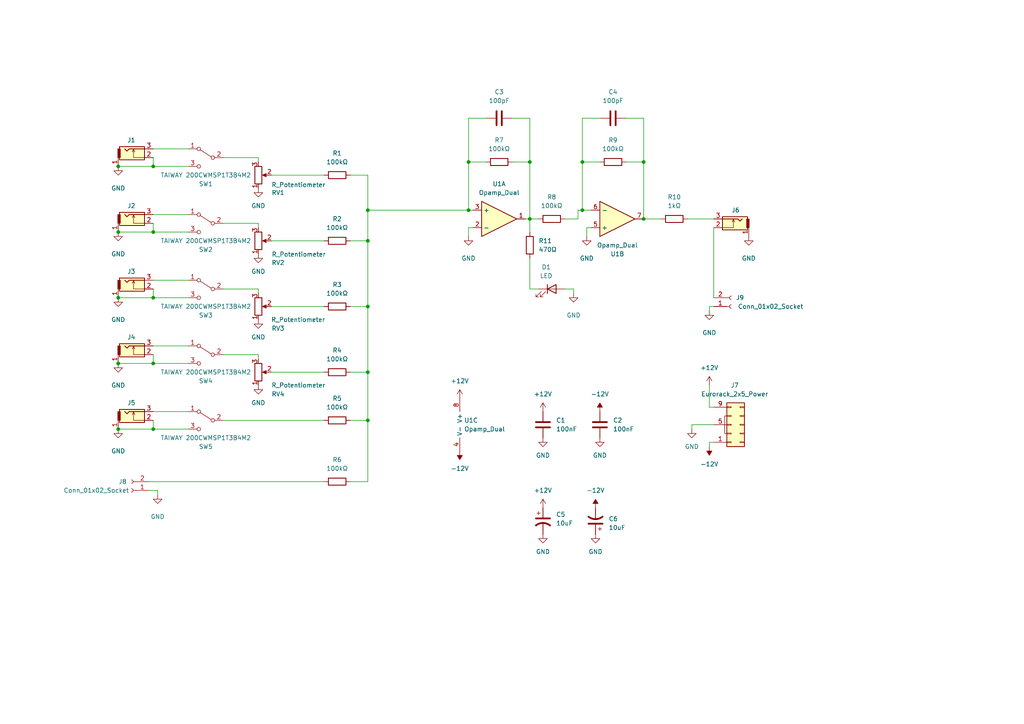
<source format=kicad_sch>
(kicad_sch (version 20230121) (generator eeschema)
  (paper "A4")
  (title_block (title "Mixer") (date "2023-08-13") (rev "v0.4") (company "Free Modular"))
  (lib_symbols
    (symbol "Connector:Conn_01x02_Socket" (pin_names (offset 1.016) hide)
      (property "Reference" "J" (at 0 2.54 0))
      (property "Value" "Conn_01x02_Socket" (at 0 -5.08 0))
      (symbol "Conn_01x02_Socket_1_1"
        (arc (start 0 -2.032) (mid -0.5058 -2.54) (end 0 -3.048) (stroke (width 0.1524)))
        (polyline (pts (xy -1.27 -2.54) (xy -0.508 -2.54)) (stroke (width 0.1524)))
        (polyline (pts (xy -1.27 0) (xy -0.508 0)) (stroke (width 0.1524)))
        (arc (start 0 0.508) (mid -0.5058 0) (end 0 -0.508) (stroke (width 0.1524)))
        (pin passive line (at -5.08 0 0) (length 3.81) (name "Pin_1") (number "1"))
        (pin passive line (at -5.08 -2.54 0) (length 3.81) (name "Pin_2") (number "2"))
      )
    )
    (symbol "Device:C" (pin_numbers hide) (pin_names (offset 0.254))
      (property "Reference" "C" (at 0.635 2.54 0))
      (property "Value" "C" (at 0.635 -2.54 0))
      (symbol "C_0_1"
        (polyline (pts (xy -2.032 -0.762) (xy 2.032 -0.762)) (stroke (width 0.508)))
        (polyline (pts (xy -2.032 0.762) (xy 2.032 0.762)) (stroke (width 0.508)))
      )
      (symbol "C_1_1"
        (pin passive line (at 0 3.81 270) (length 2.794) (name "~") (number "1"))
        (pin passive line (at 0 -3.81 90) (length 2.794) (name "~") (number "2"))
      )
    )
    (symbol "Device:C_Polarized_US" (pin_numbers hide) (pin_names (offset 0.254) hide)
      (property "Reference" "C" (at 0.635 2.54 0))
      (property "Value" "C_Polarized_US" (at 0.635 -2.54 0))
      (symbol "C_Polarized_US_0_1"
        (polyline (pts (xy -2.032 0.762) (xy 2.032 0.762)) (stroke (width 0.508)))
        (polyline (pts (xy -1.778 2.286) (xy -0.762 2.286)))
        (polyline (pts (xy -1.27 1.778) (xy -1.27 2.794)))
        (arc (start 2.032 -1.27) (mid 0 -0.5572) (end -2.032 -1.27) (stroke (width 0.508)))
      )
      (symbol "C_Polarized_US_1_1"
        (pin passive line (at 0 3.81 270) (length 2.794) (name "~") (number "1"))
        (pin passive line (at 0 -3.81 90) (length 3.302) (name "~") (number "2"))
      )
    )
    (symbol "Device:LED" (pin_numbers hide) (pin_names (offset 1.016) hide)
      (property "Reference" "D" (at 0 2.54 0))
      (property "Value" "LED" (at 0 -2.54 0))
      (symbol "LED_0_1"
        (polyline (pts (xy -1.27 -1.27) (xy -1.27 1.27)) (stroke (width 0.254)))
        (polyline (pts (xy -1.27 0) (xy 1.27 0)))
        (polyline (pts (xy 1.27 -1.27) (xy 1.27 1.27) (xy -1.27 0) (xy 1.27 -1.27)) (stroke (width 0.254)))
        (polyline (pts (xy -3.048 -0.762) (xy -4.572 -2.286) (xy -3.81 -2.286) (xy -4.572 -2.286) (xy -4.572 -1.524)))
        (polyline (pts (xy -1.778 -0.762) (xy -3.302 -2.286) (xy -2.54 -2.286) (xy -3.302 -2.286) (xy -3.302 -1.524)))
      )
      (symbol "LED_1_1"
        (pin passive line (at -3.81 0 0) (length 2.54) (name "K") (number "1"))
        (pin passive line (at 3.81 0 180) (length 2.54) (name "A") (number "2"))
      )
    )
    (symbol "Device:Opamp_Dual"
      (property "Reference" "U" (at 0 5.08 0))
      (property "Value" "Opamp_Dual" (at 0 -5.08 0))
      (symbol "Opamp_Dual_1_1"
        (polyline (pts (xy -5.08 5.08) (xy 5.08 0) (xy -5.08 -5.08) (xy -5.08 5.08)) (stroke (width 0.254)) (fill (type background)))
        (pin output line (at 7.62 0 180) (length 2.54) (name "~") (number "1"))
        (pin input line (at -7.62 -2.54 0) (length 2.54) (name "-") (number "2"))
        (pin input line (at -7.62 2.54 0) (length 2.54) (name "+") (number "3"))
      )
      (symbol "Opamp_Dual_2_1"
        (polyline (pts (xy -5.08 5.08) (xy 5.08 0) (xy -5.08 -5.08) (xy -5.08 5.08)) (stroke (width 0.254)) (fill (type background)))
        (pin input line (at -7.62 2.54 0) (length 2.54) (name "+") (number "5"))
        (pin input line (at -7.62 -2.54 0) (length 2.54) (name "-") (number "6"))
        (pin output line (at 7.62 0 180) (length 2.54) (name "~") (number "7"))
      )
      (symbol "Opamp_Dual_3_1"
        (pin power_in line (at -2.54 -7.62 90) (length 3.81) (name "V-") (number "4"))
        (pin power_in line (at -2.54 7.62 270) (length 3.81) (name "V+") (number "8"))
      )
    )
    (symbol "Device:R" (pin_numbers hide) (pin_names (offset 0))
      (property "Reference" "R" (at 2.032 0 90))
      (property "Value" "R" (at 0 0 90))
      (symbol "R_0_1"
        (rectangle (start -1.016 -2.54) (end 1.016 2.54) (stroke (width 0.254)))
      )
      (symbol "R_1_1"
        (pin passive line (at 0 3.81 270) (length 1.27) (name "~") (number "1"))
        (pin passive line (at 0 -3.81 90) (length 1.27) (name "~") (number "2"))
      )
    )
    (symbol "Device:R_Potentiometer" (pin_names (offset 1.016) hide)
      (property "Reference" "RV" (at -4.445 0 90))
      (property "Value" "R_Potentiometer" (at -2.54 0 90))
      (symbol "R_Potentiometer_0_1"
        (polyline (pts (xy 2.54 0) (xy 1.524 0)))
        (polyline (pts (xy 1.143 0) (xy 2.286 0.508) (xy 2.286 -0.508) (xy 1.143 0)) (fill (type outline)))
        (rectangle (start 1.016 2.54) (end -1.016 -2.54) (stroke (width 0.254)))
      )
      (symbol "R_Potentiometer_1_1"
        (pin passive line (at 0 3.81 270) (length 1.27) (name "1") (number "1"))
        (pin passive line (at 3.81 0 180) (length 1.27) (name "2") (number "2"))
        (pin passive line (at 0 -3.81 90) (length 1.27) (name "3") (number "3"))
      )
    )
    (symbol "FreeModular:Eurorack_2x5_Power" (pin_names (offset 1.016) hide)
      (property "Reference" "J7" (at 5.08 0 0))
      (property "Value" "Eurorack_2x5_Power" (at 5.08 -2.54 0))
      (symbol "Eurorack_2x5_Power_0_1"
        (polyline (pts (xy -1.27 5.08) (xy -1.905 5.08) (xy -1.905 0) (xy -1.27 0)))
      )
      (symbol "Eurorack_2x5_Power_1_1"
        (rectangle (start -1.27 -2.413) (end 0 -2.667) (stroke (width 0.1524)))
        (rectangle (start -1.27 0.127) (end 0 -0.127) (stroke (width 0.1524)))
        (rectangle (start -1.27 2.667) (end 0 2.413) (stroke (width 0.1524)))
        (rectangle (start -1.27 5.207) (end 0 4.953) (stroke (width 0.1524)))
        (rectangle (start -1.27 7.747) (end 0 7.493) (stroke (width 0.1524)))
        (rectangle (start -1.27 8.89) (end 3.81 -3.81) (stroke (width 0.254)) (fill (type background)))
        (rectangle (start 3.81 -2.413) (end 2.54 -2.667) (stroke (width 0.1524)))
        (rectangle (start 3.81 0.127) (end 2.54 -0.127) (stroke (width 0.1524)))
        (rectangle (start 3.81 2.667) (end 2.54 2.413) (stroke (width 0.1524)))
        (rectangle (start 3.81 5.207) (end 2.54 4.953) (stroke (width 0.1524)))
        (rectangle (start 3.81 7.747) (end 2.54 7.493) (stroke (width 0.1524)))
        (pin power_out line (at -5.08 7.62 0) (length 3.81) (name "-12v") (number "1"))
        (pin passive line (at -5.08 -2.54 0) (length 3.81) hide (name "+12v") (number "10"))
        (pin passive line (at -5.08 7.62 0) (length 3.81) hide (name "-12v") (number "2"))
        (pin passive line (at -5.08 2.54 0) (length 3.81) hide (name "GND") (number "3"))
        (pin passive line (at -5.08 2.54 0) (length 3.81) hide (name "GND") (number "4"))
        (pin passive line (at -5.08 2.54 0) (length 3.81) (name "GND") (number "5"))
        (pin passive line (at -5.08 2.54 0) (length 3.81) hide (name "GND") (number "6"))
        (pin passive line (at -5.08 2.54 0) (length 3.81) hide (name "GND") (number "7"))
        (pin passive line (at -5.08 2.54 0) (length 3.81) hide (name "GND") (number "8"))
        (pin power_out line (at -5.08 -2.54 0) (length 3.81) (name "+12v") (number "9"))
      )
    )
    (symbol "FreeModular:SW_SPDT_small" (pin_names (offset 0) hide)
      (property "Reference" "SW3" (at 0.8945 7.6757 0))
      (property "Value" "TAIWAY 200CWMSP1T3B4M2" (at 12.7 5.08 0))
      (symbol "SW_SPDT_small_0_0"
        (circle (center -2.032 0) (radius 0.508))
        (circle (center 2.032 -2.54) (radius 0.508))
      )
      (symbol "SW_SPDT_small_0_1"
        (polyline (pts (xy -1.524 0.254) (xy 1.651 2.286)))
        (circle (center 2.032 2.54) (radius 0.508))
      )
      (symbol "SW_SPDT_small_1_1"
        (pin passive line (at 5.08 2.54 180) (length 2.54) (name "A") (number "1"))
        (pin passive line (at -5.08 0 0) (length 2.54) (name "B") (number "2"))
        (pin passive line (at 5.08 -2.54 180) (length 2.54) (name "C") (number "3"))
      )
    )
    (symbol "FreeModular:THONKICONN" (pin_names (offset 1.016))
      (property "Reference" "J" (at -1.27 4.445 0))
      (symbol "THONKICONN_0_1"
        (rectangle (start -4.699 3.175) (end 2.54 -0.635) (stroke (width 0.254)) (fill (type background)))
        (rectangle (start -4.445 0) (end -5.207 2.54) (fill (type outline)))
        (polyline (pts (xy -0.635 2.413) (xy -0.254 1.651)))
        (polyline (pts (xy 2.54 0) (xy -0.635 0) (xy -0.635 2.413) (xy -1.016 1.651)))
        (polyline (pts (xy 2.54 2.54) (xy -1.905 2.54) (xy -2.54 1.905) (xy -3.175 2.54)) (stroke (width 0.254)))
      )
      (symbol "THONKICONN_1_1"
        (pin passive line (at -5.08 -2.54 90) (length 2.54) (name "~") (number "1"))
        (pin passive line (at 5.08 0 180) (length 2.54) (name "~") (number "2"))
        (pin passive line (at 5.08 2.54 180) (length 2.54) (name "~") (number "3"))
      )
    )
    (symbol "power:+12V" (power) (pin_names (offset 0))
      (property "Value" "+12V" (at 0 3.556 0))
      (symbol "+12V_0_1"
        (polyline (pts (xy -0.762 1.27) (xy 0 2.54)))
        (polyline (pts (xy 0 0) (xy 0 2.54)))
        (polyline (pts (xy 0 2.54) (xy 0.762 1.27)))
      )
      (symbol "+12V_1_1"
        (pin power_in line (at 0 0 90) (length 0) hide (name "+12V") (number "1"))
      )
    )
    (symbol "power:-12V" (power) (pin_names (offset 0))
      (property "Value" "-12V" (at 0 3.81 0))
      (symbol "-12V_0_0"
        (pin power_in line (at 0 0 90) (length 0) hide (name "-12V") (number "1"))
      )
      (symbol "-12V_0_1"
        (polyline (pts (xy 0 0) (xy 0 1.27) (xy 0.762 1.27) (xy 0 2.54) (xy -0.762 1.27) (xy 0 1.27)) (fill (type outline)))
      )
    )
    (symbol "power:GND" (power) (pin_names (offset 0))
      (property "Value" "GND" (at 0 -3.81 0))
      (symbol "GND_0_1"
        (polyline (pts (xy 0 0) (xy 0 -1.27) (xy 1.27 -1.27) (xy 0 -2.54) (xy -1.27 -1.27) (xy 0 -1.27)))
      )
      (symbol "GND_1_1"
        (pin power_in line (at 0 0 270) (length 0) hide (name "GND") (number "1"))
      )
    )
  )
  (junction (at 44.45 86.36))
  (junction (at 106.68 107.95))
  (junction (at 153.67 63.5))
  (junction (at 34.29 67.31))
  (junction (at 44.45 48.26))
  (junction (at 34.29 48.26))
  (junction (at 168.91 46.99))
  (junction (at 34.29 124.46))
  (junction (at 44.45 124.46))
  (junction (at 168.91 60.96))
  (junction (at 106.68 69.85))
  (junction (at 44.45 67.31))
  (junction (at 135.89 46.99))
  (junction (at 106.68 60.96))
  (junction (at 135.89 60.96))
  (junction (at 186.69 46.99))
  (junction (at 34.29 86.36))
  (junction (at 106.68 88.9))
  (junction (at 153.67 46.99))
  (junction (at 186.69 63.5))
  (junction (at 44.45 105.41))
  (junction (at 34.29 105.41))
  (junction (at 106.68 121.92))
  (wire (pts (xy 135.89 60.96) (xy 135.89 46.99)))
  (wire (pts (xy 181.61 34.29) (xy 186.69 34.29)))
  (wire (pts (xy 168.91 46.99) (xy 173.99 46.99)))
  (wire (pts (xy 74.93 102.87) (xy 74.93 104.14)))
  (wire (pts (xy 106.68 107.95) (xy 106.68 121.92)))
  (wire (pts (xy 167.64 60.96) (xy 167.64 63.5)))
  (wire (pts (xy 135.89 60.96) (xy 137.16 60.96)))
  (wire (pts (xy 148.59 34.29) (xy 153.67 34.29)))
  (wire (pts (xy 101.6 88.9) (xy 106.68 88.9)))
  (wire (pts (xy 34.29 124.46) (xy 44.45 124.46)))
  (wire (pts (xy 168.91 60.96) (xy 168.91 46.99)))
  (wire (pts (xy 205.74 129.54) (xy 205.74 128.27)))
  (wire (pts (xy 106.68 121.92) (xy 106.68 139.7)))
  (wire (pts (xy 170.18 68.58) (xy 170.18 66.04)))
  (wire (pts (xy 153.67 63.5) (xy 156.21 63.5)))
  (wire (pts (xy 44.45 67.31) (xy 44.45 64.77)))
  (wire (pts (xy 152.4 63.5) (xy 153.67 63.5)))
  (wire (pts (xy 207.01 123.19) (xy 200.66 123.19)))
  (wire (pts (xy 153.67 63.5) (xy 153.67 67.31)))
  (wire (pts (xy 101.6 121.92) (xy 106.68 121.92)))
  (wire (pts (xy 205.74 111.76) (xy 205.74 118.11)))
  (wire (pts (xy 43.18 139.7) (xy 93.98 139.7)))
  (wire (pts (xy 44.45 124.46) (xy 54.61 124.46)))
  (wire (pts (xy 44.45 119.38) (xy 54.61 119.38)))
  (wire (pts (xy 34.29 86.36) (xy 44.45 86.36)))
  (wire (pts (xy 78.74 50.8) (xy 93.98 50.8)))
  (wire (pts (xy 64.77 83.82) (xy 74.93 83.82)))
  (wire (pts (xy 78.74 88.9) (xy 93.98 88.9)))
  (wire (pts (xy 168.91 46.99) (xy 168.91 34.29)))
  (wire (pts (xy 44.45 48.26) (xy 54.61 48.26)))
  (wire (pts (xy 64.77 45.72) (xy 74.93 45.72)))
  (wire (pts (xy 163.83 83.82) (xy 166.37 83.82)))
  (wire (pts (xy 44.45 86.36) (xy 44.45 83.82)))
  (wire (pts (xy 44.45 100.33) (xy 54.61 100.33)))
  (wire (pts (xy 74.93 64.77) (xy 74.93 66.04)))
  (wire (pts (xy 74.93 83.82) (xy 74.93 85.09)))
  (wire (pts (xy 43.18 142.24) (xy 45.72 142.24)))
  (wire (pts (xy 106.68 60.96) (xy 135.89 60.96)))
  (wire (pts (xy 205.74 88.9) (xy 205.74 90.17)))
  (wire (pts (xy 106.68 69.85) (xy 106.68 88.9)))
  (wire (pts (xy 135.89 66.04) (xy 137.16 66.04)))
  (wire (pts (xy 64.77 64.77) (xy 74.93 64.77)))
  (wire (pts (xy 106.68 50.8) (xy 106.68 60.96)))
  (wire (pts (xy 44.45 124.46) (xy 44.45 121.92)))
  (wire (pts (xy 170.18 66.04) (xy 171.45 66.04)))
  (wire (pts (xy 205.74 128.27) (xy 207.01 128.27)))
  (wire (pts (xy 34.29 105.41) (xy 44.45 105.41)))
  (wire (pts (xy 106.68 88.9) (xy 106.68 107.95)))
  (wire (pts (xy 106.68 60.96) (xy 106.68 69.85)))
  (wire (pts (xy 186.69 34.29) (xy 186.69 46.99)))
  (wire (pts (xy 34.29 48.26) (xy 44.45 48.26)))
  (wire (pts (xy 200.66 123.19) (xy 200.66 124.46)))
  (wire (pts (xy 78.74 107.95) (xy 93.98 107.95)))
  (wire (pts (xy 64.77 121.92) (xy 93.98 121.92)))
  (wire (pts (xy 44.45 105.41) (xy 54.61 105.41)))
  (wire (pts (xy 44.45 86.36) (xy 54.61 86.36)))
  (wire (pts (xy 106.68 139.7) (xy 101.6 139.7)))
  (wire (pts (xy 153.67 46.99) (xy 153.67 63.5)))
  (wire (pts (xy 168.91 34.29) (xy 173.99 34.29)))
  (wire (pts (xy 168.91 60.96) (xy 171.45 60.96)))
  (wire (pts (xy 101.6 50.8) (xy 106.68 50.8)))
  (wire (pts (xy 44.45 105.41) (xy 44.45 102.87)))
  (wire (pts (xy 186.69 46.99) (xy 186.69 63.5)))
  (wire (pts (xy 207.01 66.04) (xy 207.01 86.36)))
  (wire (pts (xy 199.39 63.5) (xy 207.01 63.5)))
  (wire (pts (xy 153.67 74.93) (xy 153.67 83.82)))
  (wire (pts (xy 163.83 63.5) (xy 167.64 63.5)))
  (wire (pts (xy 135.89 46.99) (xy 135.89 34.29)))
  (wire (pts (xy 44.45 43.18) (xy 54.61 43.18)))
  (wire (pts (xy 101.6 107.95) (xy 106.68 107.95)))
  (wire (pts (xy 78.74 69.85) (xy 93.98 69.85)))
  (wire (pts (xy 153.67 34.29) (xy 153.67 46.99)))
  (wire (pts (xy 186.69 63.5) (xy 191.77 63.5)))
  (wire (pts (xy 135.89 68.58) (xy 135.89 66.04)))
  (wire (pts (xy 207.01 118.11) (xy 205.74 118.11)))
  (wire (pts (xy 167.64 60.96) (xy 168.91 60.96)))
  (wire (pts (xy 153.67 83.82) (xy 156.21 83.82)))
  (wire (pts (xy 135.89 34.29) (xy 140.97 34.29)))
  (wire (pts (xy 44.45 67.31) (xy 54.61 67.31)))
  (wire (pts (xy 148.59 46.99) (xy 153.67 46.99)))
  (wire (pts (xy 166.37 83.82) (xy 166.37 85.09)))
  (wire (pts (xy 44.45 81.28) (xy 54.61 81.28)))
  (wire (pts (xy 64.77 102.87) (xy 74.93 102.87)))
  (wire (pts (xy 101.6 69.85) (xy 106.68 69.85)))
  (wire (pts (xy 44.45 62.23) (xy 54.61 62.23)))
  (wire (pts (xy 74.93 45.72) (xy 74.93 46.99)))
  (wire (pts (xy 45.72 142.24) (xy 45.72 143.51)))
  (wire (pts (xy 181.61 46.99) (xy 186.69 46.99)))
  (wire (pts (xy 207.01 88.9) (xy 205.74 88.9)))
  (wire (pts (xy 34.29 67.31) (xy 44.45 67.31)))
  (wire (pts (xy 44.45 48.26) (xy 44.45 45.72)))
  (wire (pts (xy 135.89 46.99) (xy 140.97 46.99)))
  (symbol (lib_id "Connector:Conn_01x02_Socket") (at 38.1 142.24 180) (unit 1)
    (property "Reference" "J8" (at 35.56 139.7 0))
    (property "Value" "Conn_01x02_Socket" (at 27.94 142.24 0))
    (property "Footprint" "Connector_PinHeader_2.54mm:PinHeader_1x02_P2.54mm_Vertical" (effects hide))
  )
  (symbol (lib_id "Device:R") (at 97.79 88.9 90) (unit 1)
    (property "Reference" "R3" (at 97.79 82.55 90))
    (property "Value" "100kΩ" (at 97.79 85.09 90))
    (property "Footprint" "Resistor_THT:R_Axial_DIN0207_L6.3mm_D2.5mm_P10.16mm_Horizontal" (effects hide))
  )
  (symbol (lib_id "power:GND") (at 170.18 68.58 0) (unit 1)
    (property "Reference" "#PWR013" (effects hide))
    (property "Value" "GND" (at 170.18 74.93 0))
  )
  (symbol (lib_id "FreeModular:SW_SPDT_small") (at 59.69 83.82 0) (mirror y) (unit 1)
    (property "Reference" "SW3" (at 59.69 91.44 0))
    (property "Value" "TAIWAY 200CWMSP1T3B4M2" (at 59.69 88.9 0))
    (property "Footprint" "FreeModualr:TAIWAY 200CWMSP1T3B4M2" (effects hide))
    (property "Datasheet" "https://www.taiway.com/resource/annexes/product_items/81/383d79ce24fd13ac9c4d36337853e90c.pdf" (effects hide))
  )
  (symbol (lib_id "power:GND") (at 157.48 127 0) (unit 1)
    (property "Reference" "#PWR017" (effects hide))
    (property "Value" "GND" (at 157.48 132.08 0))
  )
  (symbol (lib_id "FreeModular:SW_SPDT_small") (at 59.69 102.87 0) (mirror y) (unit 1)
    (property "Reference" "SW4" (at 59.69 110.49 0))
    (property "Value" "TAIWAY 200CWMSP1T3B4M2" (at 59.69 107.95 0))
    (property "Footprint" "FreeModualr:TAIWAY 200CWMSP1T3B4M2" (effects hide))
    (property "Datasheet" "https://www.taiway.com/resource/annexes/product_items/81/383d79ce24fd13ac9c4d36337853e90c.pdf" (effects hide))
  )
  (symbol (lib_id "power:GND") (at 166.37 85.09 0) (unit 1)
    (property "Reference" "#PWR011" (effects hide))
    (property "Value" "GND" (at 166.37 91.44 0))
  )
  (symbol (lib_id "power:GND") (at 74.93 73.66 0) (unit 1)
    (property "Reference" "#PWR03" (effects hide))
    (property "Value" "GND" (at 74.93 78.74 0))
  )
  (symbol (lib_id "Device:R_Potentiometer") (at 74.93 107.95 0) (mirror x) (unit 1)
    (property "Reference" "RV4" (at 82.55 114.3 0) (effects (justify right)))
    (property "Value" "R_Potentiometer" (at 94.4104 111.7299 0) (effects (justify right)))
    (property "Footprint" "FreeModualr:Alpha_Potentiometer_Grounded" (effects hide))
  )
  (symbol (lib_id "FreeModular:THONKICONN") (at 39.37 83.82 0) (unit 1)
    (property "Reference" "J3" (at 38.1 78.74 0))
    (property "Value" "THONKICONN" (effects hide))
    (property "Footprint" "FreeModualr:THONKICONN" (effects hide))
  )
  (symbol (lib_id "power:GND") (at 172.72 154.94 0) (unit 1)
    (property "Reference" "#PWR028" (effects hide))
    (property "Value" "GND" (at 172.72 160.02 0))
  )
  (symbol (lib_id "power:GND") (at 34.29 67.31 0) (unit 1)
    (property "Reference" "#PWR02" (effects hide))
    (property "Value" "GND" (at 34.29 73.66 0))
  )
  (symbol (lib_id "Device:R") (at 153.67 71.12 180) (unit 1)
    (property "Reference" "R11" (at 156.21 69.85 0) (effects (justify right)))
    (property "Value" "470Ω" (at 156.21 72.39 0) (effects (justify right)))
    (property "Footprint" "Resistor_THT:R_Axial_DIN0207_L6.3mm_D2.5mm_P10.16mm_Horizontal" (effects hide))
  )
  (symbol (lib_id "power:GND") (at 34.29 105.41 0) (unit 1)
    (property "Reference" "#PWR05" (effects hide))
    (property "Value" "GND" (at 34.29 111.76 0))
  )
  (symbol (lib_id "Device:R") (at 177.8 46.99 90) (unit 1)
    (property "Reference" "R9" (at 177.8 40.64 90))
    (property "Value" "100kΩ" (at 177.8 43.18 90))
    (property "Footprint" "Resistor_THT:R_Axial_DIN0207_L6.3mm_D2.5mm_P10.16mm_Horizontal" (effects hide))
  )
  (symbol (lib_id "Device:C") (at 173.99 123.19 0) (unit 1)
    (property "Reference" "C2" (at 177.8 121.92 0) (effects (justify left)))
    (property "Value" "100nF" (at 177.8 124.46 0) (effects (justify left)))
    (property "Footprint" "Capacitor_THT:C_Disc_D4.7mm_W2.5mm_P5.00mm" (effects hide))
  )
  (symbol (lib_id "FreeModular:Eurorack_2x5_Power") (at 212.09 120.65 0) (mirror x) (unit 1)
    (property "Reference" "J7" (at 213.106 111.76 0))
    (property "Value" "Eurorack_2x5_Power" (at 213.106 114.3 0))
    (property "Footprint" "Connector_IDC:IDC-Header_2x05_P2.54mm_Vertical" (effects hide))
  )
  (symbol (lib_id "power:GND") (at 217.17 68.58 0) (unit 1)
    (property "Reference" "#PWR010" (effects hide))
    (property "Value" "GND" (at 217.17 74.93 0))
  )
  (symbol (lib_id "power:-12V") (at 205.74 129.54 0) (mirror x) (unit 1)
    (property "Reference" "#PWR020" (effects hide))
    (property "Value" "-12V" (at 205.74 134.62 0))
  )
  (symbol (lib_id "Device:C_Polarized_US") (at 157.48 151.13 0) (unit 1)
    (property "Reference" "C5" (at 161.29 149.225 0) (effects (justify left)))
    (property "Value" "10uF" (at 161.29 151.765 0) (effects (justify left)))
    (property "Footprint" "Capacitor_THT:CP_Radial_D4.0mm_P2.00mm" (effects hide))
  )
  (symbol (lib_id "Device:C") (at 144.78 34.29 90) (unit 1)
    (property "Reference" "C3" (at 144.78 26.67 90))
    (property "Value" "100pF" (at 144.78 29.21 90))
    (property "Footprint" "Capacitor_THT:C_Disc_D4.7mm_W2.5mm_P5.00mm" (effects hide))
  )
  (symbol (lib_id "Connector:Conn_01x02_Socket") (at 212.09 88.9 0) (mirror x) (unit 1)
    (property "Reference" "J9" (at 214.63 86.36 0))
    (property "Value" "Conn_01x02_Socket" (at 223.52 88.9 0))
    (property "Footprint" "Connector_PinHeader_2.54mm:PinHeader_1x02_P2.54mm_Vertical" (effects hide))
  )
  (symbol (lib_id "Device:R") (at 97.79 121.92 90) (unit 1)
    (property "Reference" "R5" (at 97.79 115.57 90))
    (property "Value" "100kΩ" (at 97.79 118.11 90))
    (property "Footprint" "Resistor_THT:R_Axial_DIN0207_L6.3mm_D2.5mm_P10.16mm_Horizontal" (effects hide))
  )
  (symbol (lib_id "power:GND") (at 173.99 127 0) (unit 1)
    (property "Reference" "#PWR019" (effects hide))
    (property "Value" "GND" (at 173.99 132.08 0))
  )
  (symbol (lib_id "Device:C_Polarized_US") (at 172.72 151.13 180) (unit 1)
    (property "Reference" "C6" (at 176.53 150.495 0) (effects (justify right)))
    (property "Value" "10uF" (at 176.53 153.035 0) (effects (justify right)))
    (property "Footprint" "Capacitor_THT:CP_Radial_D4.0mm_P2.00mm" (effects hide))
  )
  (symbol (lib_id "power:GND") (at 135.89 68.58 0) (unit 1)
    (property "Reference" "#PWR012" (effects hide))
    (property "Value" "GND" (at 135.89 74.93 0))
  )
  (symbol (lib_id "Device:C") (at 177.8 34.29 90) (unit 1)
    (property "Reference" "C4" (at 177.8 26.67 90))
    (property "Value" "100pF" (at 177.8 29.21 90))
    (property "Footprint" "Capacitor_THT:C_Disc_D4.7mm_W2.5mm_P5.00mm" (effects hide))
  )
  (symbol (lib_id "power:GND") (at 34.29 124.46 0) (unit 1)
    (property "Reference" "#PWR09" (effects hide))
    (property "Value" "GND" (at 34.29 130.81 0))
  )
  (symbol (lib_id "power:GND") (at 34.29 48.26 0) (unit 1)
    (property "Reference" "#PWR01" (effects hide))
    (property "Value" "GND" (at 34.29 54.61 0))
  )
  (symbol (lib_id "power:-12V") (at 173.99 119.38 0) (unit 1)
    (property "Reference" "#PWR018" (effects hide))
    (property "Value" "-12V" (at 173.99 114.3 0))
  )
  (symbol (lib_id "FreeModular:THONKICONN") (at 39.37 45.72 0) (unit 1)
    (property "Reference" "J1" (at 38.1 40.64 0))
    (property "Value" "THONKICONN" (effects hide))
    (property "Footprint" "FreeModualr:THONKICONN" (effects hide))
  )
  (symbol (lib_id "FreeModular:SW_SPDT_small") (at 59.69 64.77 0) (mirror y) (unit 1)
    (property "Reference" "SW2" (at 59.69 72.39 0))
    (property "Value" "TAIWAY 200CWMSP1T3B4M2" (at 59.69 69.85 0))
    (property "Footprint" "FreeModualr:TAIWAY 200CWMSP1T3B4M2" (effects hide))
    (property "Datasheet" "https://www.taiway.com/resource/annexes/product_items/81/383d79ce24fd13ac9c4d36337853e90c.pdf" (effects hide))
  )
  (symbol (lib_id "Device:R_Potentiometer") (at 74.93 69.85 0) (mirror x) (unit 1)
    (property "Reference" "RV2" (at 82.55 76.2 0) (effects (justify right)))
    (property "Value" "R_Potentiometer" (at 94.5013 73.7708 0) (effects (justify right)))
    (property "Footprint" "FreeModualr:Alpha_Potentiometer_Grounded" (effects hide))
  )
  (symbol (lib_id "power:+12V") (at 157.48 119.38 0) (unit 1)
    (property "Reference" "#PWR016" (effects hide))
    (property "Value" "+12V" (at 157.48 114.3 0))
  )
  (symbol (lib_id "Device:R") (at 97.79 107.95 90) (unit 1)
    (property "Reference" "R4" (at 97.79 101.6 90))
    (property "Value" "100kΩ" (at 97.79 104.14 90))
    (property "Footprint" "Resistor_THT:R_Axial_DIN0207_L6.3mm_D2.5mm_P10.16mm_Horizontal" (effects hide))
  )
  (symbol (lib_id "power:GND") (at 74.93 111.76 0) (unit 1)
    (property "Reference" "#PWR08" (effects hide))
    (property "Value" "GND" (at 74.93 116.84 0))
  )
  (symbol (lib_id "Device:R") (at 195.58 63.5 90) (unit 1)
    (property "Reference" "R10" (at 195.58 57.15 90))
    (property "Value" "1kΩ" (at 195.58 59.69 90))
    (property "Footprint" "Resistor_THT:R_Axial_DIN0207_L6.3mm_D2.5mm_P10.16mm_Horizontal" (effects hide))
  )
  (symbol (lib_id "FreeModular:THONKICONN") (at 39.37 121.92 0) (unit 1)
    (property "Reference" "J5" (at 38.1 116.84 0))
    (property "Value" "THONKICONN" (effects hide))
    (property "Footprint" "FreeModualr:THONKICONN" (effects hide))
  )
  (symbol (lib_id "FreeModular:SW_SPDT_small") (at 59.69 45.72 0) (mirror y) (unit 1)
    (property "Reference" "SW1" (at 59.69 53.34 0))
    (property "Value" "TAIWAY 200CWMSP1T3B4M2" (at 59.69 50.8 0))
    (property "Footprint" "FreeModualr:TAIWAY 200CWMSP1T3B4M2" (effects hide))
    (property "Datasheet" "https://www.taiway.com/resource/annexes/product_items/81/383d79ce24fd13ac9c4d36337853e90c.pdf" (effects hide))
  )
  (symbol (lib_id "Device:Opamp_Dual") (at 179.07 63.5 0) (mirror x) (unit 2)
    (property "Reference" "U1" (at 179.07 73.66 0))
    (property "Value" "Opamp_Dual" (at 179.07 71.12 0))
    (property "Footprint" "Package_DIP:DIP-8_W7.62mm" (effects hide))
  )
  (symbol (lib_id "power:GND") (at 45.72 143.51 0) (unit 1)
    (property "Reference" "#PWR023" (effects hide))
    (property "Value" "GND" (at 45.72 149.86 0))
  )
  (symbol (lib_id "Device:Opamp_Dual") (at 135.89 123.19 0) (unit 3)
    (property "Reference" "U1" (at 134.62 121.92 0) (effects (justify left)))
    (property "Value" "Opamp_Dual" (at 134.62 124.46 0) (effects (justify left)))
    (property "Footprint" "Package_DIP:DIP-8_W7.62mm" (effects hide))
  )
  (symbol (lib_id "FreeModular:THONKICONN") (at 212.09 66.04 0) (mirror y) (unit 1)
    (property "Reference" "J6" (at 213.36 60.96 0))
    (property "Value" "THONKICONN" (effects hide))
    (property "Footprint" "FreeModualr:THONKICONN" (effects hide))
  )
  (symbol (lib_id "power:GND") (at 205.74 90.17 0) (unit 1)
    (property "Reference" "#PWR024" (effects hide))
    (property "Value" "GND" (at 205.74 96.52 0))
  )
  (symbol (lib_id "power:GND") (at 157.48 154.94 0) (unit 1)
    (property "Reference" "#PWR026" (effects hide))
    (property "Value" "GND" (at 157.48 160.02 0))
  )
  (symbol (lib_id "power:GND") (at 34.29 86.36 0) (unit 1)
    (property "Reference" "#PWR04" (effects hide))
    (property "Value" "GND" (at 34.29 92.71 0))
  )
  (symbol (lib_id "Device:R") (at 97.79 50.8 90) (unit 1)
    (property "Reference" "R1" (at 97.79 44.45 90))
    (property "Value" "100kΩ" (at 97.79 46.99 90))
    (property "Footprint" "Resistor_THT:R_Axial_DIN0207_L6.3mm_D2.5mm_P10.16mm_Horizontal" (effects hide))
  )
  (symbol (lib_id "Device:R") (at 97.79 69.85 90) (unit 1)
    (property "Reference" "R2" (at 97.79 63.5 90))
    (property "Value" "100kΩ" (at 97.79 66.04 90))
    (property "Footprint" "Resistor_THT:R_Axial_DIN0207_L6.3mm_D2.5mm_P10.16mm_Horizontal" (effects hide))
  )
  (symbol (lib_id "power:-12V") (at 133.35 130.81 180) (unit 1)
    (property "Reference" "#PWR015" (effects hide))
    (property "Value" "-12V" (at 133.35 135.89 0))
  )
  (symbol (lib_id "Device:R") (at 160.02 63.5 90) (unit 1)
    (property "Reference" "R8" (at 160.02 57.15 90))
    (property "Value" "100kΩ" (at 160.02 59.69 90))
    (property "Footprint" "Resistor_THT:R_Axial_DIN0207_L6.3mm_D2.5mm_P10.16mm_Horizontal" (effects hide))
  )
  (symbol (lib_id "FreeModular:THONKICONN") (at 39.37 64.77 0) (unit 1)
    (property "Reference" "J2" (at 38.1 59.69 0))
    (property "Value" "THONKICONN" (effects hide))
    (property "Footprint" "FreeModualr:THONKICONN" (effects hide))
  )
  (symbol (lib_id "power:GND") (at 74.93 92.71 0) (unit 1)
    (property "Reference" "#PWR07" (effects hide))
    (property "Value" "GND" (at 74.93 97.79 0))
  )
  (symbol (lib_id "Device:LED") (at 160.02 83.82 0) (unit 1)
    (property "Reference" "D1" (at 158.4325 77.47 0))
    (property "Value" "LED" (at 158.4325 80.01 0))
    (property "Footprint" "LED_THT:LED_D3.0mm" (effects hide))
  )
  (symbol (lib_id "power:-12V") (at 172.72 147.32 0) (unit 1)
    (property "Reference" "#PWR027" (effects hide))
    (property "Value" "-12V" (at 172.72 142.24 0))
  )
  (symbol (lib_id "power:+12V") (at 157.48 147.32 0) (unit 1)
    (property "Reference" "#PWR025" (effects hide))
    (property "Value" "+12V" (at 157.48 142.24 0))
  )
  (symbol (lib_id "power:+12V") (at 205.74 111.76 0) (mirror y) (unit 1)
    (property "Reference" "#PWR022" (effects hide))
    (property "Value" "+12V" (at 205.74 106.68 0))
  )
  (symbol (lib_id "Device:R") (at 97.79 139.7 90) (unit 1)
    (property "Reference" "R6" (at 97.79 133.35 90))
    (property "Value" "100kΩ" (at 97.79 135.89 90))
    (property "Footprint" "Resistor_THT:R_Axial_DIN0207_L6.3mm_D2.5mm_P10.16mm_Horizontal" (effects hide))
  )
  (symbol (lib_id "FreeModular:THONKICONN") (at 39.37 102.87 0) (unit 1)
    (property "Reference" "J4" (at 38.1 97.79 0))
    (property "Value" "THONKICONN" (effects hide))
    (property "Footprint" "FreeModualr:THONKICONN" (effects hide))
  )
  (symbol (lib_id "Device:Opamp_Dual") (at 144.78 63.5 0) (unit 1)
    (property "Reference" "U1" (at 144.78 53.34 0))
    (property "Value" "Opamp_Dual" (at 144.78 55.88 0))
    (property "Footprint" "Package_DIP:DIP-8_W7.62mm" (effects hide))
  )
  (symbol (lib_id "Device:R_Potentiometer") (at 74.93 50.8 0) (mirror x) (unit 1)
    (property "Reference" "RV1" (at 82.55 55.88 0) (effects (justify right)))
    (property "Value" "R_Potentiometer" (at 94.4289 53.607 0) (effects (justify right)))
    (property "Footprint" "FreeModualr:Alpha_Potentiometer_Grounded" (effects hide))
  )
  (symbol (lib_id "Device:C") (at 157.48 123.19 0) (unit 1)
    (property "Reference" "C1" (at 161.29 121.92 0) (effects (justify left)))
    (property "Value" "100nF" (at 161.29 124.46 0) (effects (justify left)))
    (property "Footprint" "Capacitor_THT:C_Disc_D4.7mm_W2.5mm_P5.00mm" (effects hide))
  )
  (symbol (lib_id "Device:R_Potentiometer") (at 74.93 88.9 0) (mirror x) (unit 1)
    (property "Reference" "RV3" (at 82.55 95.25 0) (effects (justify right)))
    (property "Value" "R_Potentiometer" (at 94.338 92.7135 0) (effects (justify right)))
    (property "Footprint" "FreeModualr:Alpha_Potentiometer_Grounded" (effects hide))
  )
  (symbol (lib_id "FreeModular:SW_SPDT_small") (at 59.69 121.92 0) (mirror y) (unit 1)
    (property "Reference" "SW5" (at 59.69 129.54 0))
    (property "Value" "TAIWAY 200CWMSP1T3B4M2" (at 59.69 127 0))
    (property "Footprint" "FreeModualr:TAIWAY 200CWMSP1T3B4M2" (effects hide))
    (property "Datasheet" "https://www.taiway.com/resource/annexes/product_items/81/383d79ce24fd13ac9c4d36337853e90c.pdf" (effects hide))
  )
  (symbol (lib_id "Device:R") (at 144.78 46.99 90) (unit 1)
    (property "Reference" "R7" (at 144.78 40.64 90))
    (property "Value" "100kΩ" (at 144.78 43.18 90))
    (property "Footprint" "Resistor_THT:R_Axial_DIN0207_L6.3mm_D2.5mm_P10.16mm_Horizontal" (effects hide))
  )
  (symbol (lib_id "power:GND") (at 200.66 124.46 0) (mirror y) (unit 1)
    (property "Reference" "#PWR021" (effects hide))
    (property "Value" "GND" (at 200.66 129.54 0))
  )
  (symbol (lib_id "power:GND") (at 74.93 54.61 0) (unit 1)
    (property "Reference" "#PWR06" (effects hide))
    (property "Value" "GND" (at 74.93 59.69 0))
  )
  (symbol (lib_id "power:+12V") (at 133.35 115.57 0) (unit 1)
    (property "Reference" "#PWR014" (effects hide))
    (property "Value" "+12V" (at 133.35 110.49 0))
  )
)
</source>
